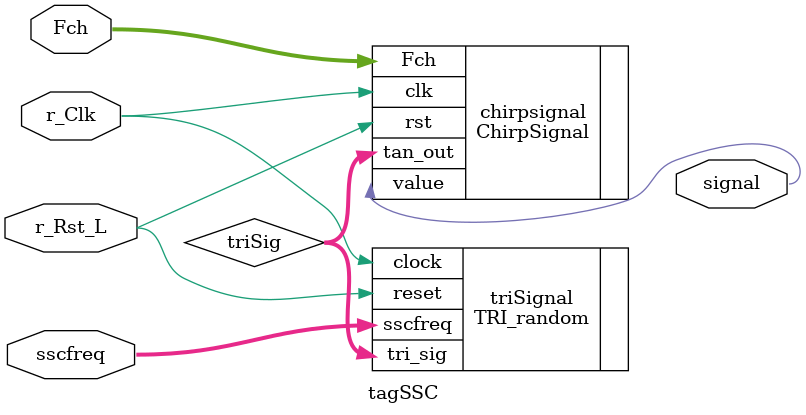
<source format=v>
`timescale 1ns / 1ps


module tagSSC(
	input r_Clk,
	input r_Rst_L,
    input [31:0] Fch,
    input [39:0] sscfreq,
	output signal
    );

wire [31:0] triSig;
TRI_random triSignal(
	.clock(r_Clk),
	.reset(r_Rst_L),
	.sscfreq(sscfreq),
    .tri_sig(triSig)
);

ChirpSignal chirpsignal(
	.clk(r_Clk),
	.rst(r_Rst_L),
	.tan_out(triSig),
	.Fch(Fch),
	.value(signal)
);


endmodule

</source>
